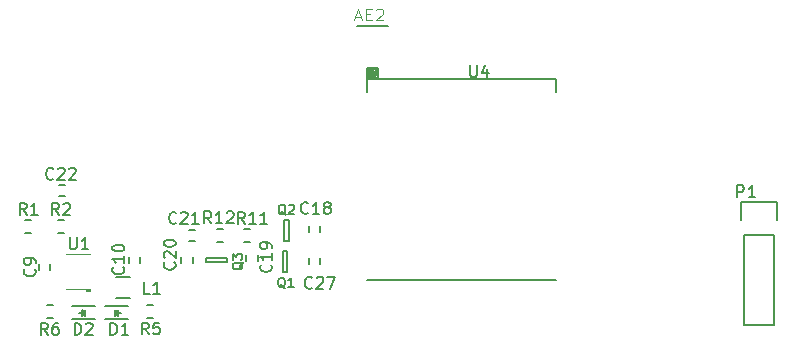
<source format=gto>
G04 #@! TF.FileFunction,Legend,Top*
%FSLAX46Y46*%
G04 Gerber Fmt 4.6, Leading zero omitted, Abs format (unit mm)*
G04 Created by KiCad (PCBNEW 4.0.5+dfsg1-4~bpo8+1) date Wed Apr 18 10:30:05 2018*
%MOMM*%
%LPD*%
G01*
G04 APERTURE LIST*
%ADD10C,0.100000*%
%ADD11C,0.200000*%
%ADD12C,0.150000*%
%ADD13C,0.127000*%
%ADD14C,0.050000*%
G04 APERTURE END LIST*
D10*
D11*
X156110000Y-105910000D02*
X155460000Y-105910000D01*
X155460000Y-105910000D02*
X155460000Y-105260000D01*
X155460000Y-105260000D02*
X156110000Y-105260000D01*
X156110000Y-105260000D02*
X156110000Y-105760000D01*
X156110000Y-105760000D02*
X155610000Y-105760000D01*
X155610000Y-105760000D02*
X155610000Y-105360000D01*
X155610000Y-105360000D02*
X155960000Y-105360000D01*
X155960000Y-105360000D02*
X155960000Y-105610000D01*
X155960000Y-105610000D02*
X155710000Y-105610000D01*
X155710000Y-105610000D02*
X155710000Y-105460000D01*
X155710000Y-105460000D02*
X155860000Y-105460000D01*
X155310000Y-106060000D02*
X155310000Y-105110000D01*
X155310000Y-105110000D02*
X156260000Y-105110000D01*
X156260000Y-105110000D02*
X156260000Y-106010000D01*
X171310000Y-106060000D02*
X171310000Y-107160000D01*
X155310000Y-106060000D02*
X155310000Y-107160000D01*
X155310000Y-106060000D02*
X171310000Y-106060000D01*
X171310000Y-123060000D02*
X155310000Y-123060000D01*
D12*
X127545000Y-121740000D02*
X127545000Y-122240000D01*
X128495000Y-122240000D02*
X128495000Y-121740000D01*
X135195000Y-121140000D02*
X135195000Y-121640000D01*
X136145000Y-121640000D02*
X136145000Y-121140000D01*
X150425000Y-118550000D02*
X150425000Y-119050000D01*
X151375000Y-119050000D02*
X151375000Y-118550000D01*
X146075000Y-121450000D02*
X146075000Y-120950000D01*
X145125000Y-120950000D02*
X145125000Y-121450000D01*
X139625000Y-121150000D02*
X139625000Y-121650000D01*
X140575000Y-121650000D02*
X140575000Y-121150000D01*
X140250000Y-119775000D02*
X140750000Y-119775000D01*
X140750000Y-118825000D02*
X140250000Y-118825000D01*
X129270000Y-116005000D02*
X129770000Y-116005000D01*
X129770000Y-115055000D02*
X129270000Y-115055000D01*
X133170000Y-126390000D02*
X135070000Y-126390000D01*
X133170000Y-125290000D02*
X135070000Y-125290000D01*
X134070000Y-125840000D02*
X134520000Y-125840000D01*
X134020000Y-125590000D02*
X134020000Y-126090000D01*
X134020000Y-125840000D02*
X134270000Y-125590000D01*
X134270000Y-125590000D02*
X134270000Y-126090000D01*
X134270000Y-126090000D02*
X134020000Y-125840000D01*
X132270000Y-125290000D02*
X130370000Y-125290000D01*
X132270000Y-126390000D02*
X130370000Y-126390000D01*
X131370000Y-125840000D02*
X130920000Y-125840000D01*
X131420000Y-126090000D02*
X131420000Y-125590000D01*
X131420000Y-125840000D02*
X131170000Y-126090000D01*
X131170000Y-126090000D02*
X131170000Y-125590000D01*
X131170000Y-125590000D02*
X131420000Y-125840000D01*
X135260000Y-124615000D02*
X134060000Y-124615000D01*
X134060000Y-122865000D02*
X135260000Y-122865000D01*
X148200000Y-120600000D02*
X148200000Y-122400000D01*
X148200000Y-122400000D02*
X148600000Y-122400000D01*
X148600000Y-122400000D02*
X148600000Y-120600000D01*
X148600000Y-120600000D02*
X148200000Y-120600000D01*
X148300000Y-118000000D02*
X148300000Y-119800000D01*
X148300000Y-119800000D02*
X148700000Y-119800000D01*
X148700000Y-119800000D02*
X148700000Y-118000000D01*
X148700000Y-118000000D02*
X148300000Y-118000000D01*
X126870000Y-118015000D02*
X126370000Y-118015000D01*
X126370000Y-119065000D02*
X126870000Y-119065000D01*
X129170000Y-119065000D02*
X129670000Y-119065000D01*
X129670000Y-118015000D02*
X129170000Y-118015000D01*
X136720000Y-126265000D02*
X137220000Y-126265000D01*
X137220000Y-125215000D02*
X136720000Y-125215000D01*
X128720000Y-125215000D02*
X128220000Y-125215000D01*
X128220000Y-126265000D02*
X128720000Y-126265000D01*
X142650000Y-119825000D02*
X143150000Y-119825000D01*
X143150000Y-118775000D02*
X142650000Y-118775000D01*
X187250000Y-119310000D02*
X187250000Y-126930000D01*
X189790000Y-119310000D02*
X189790000Y-126930000D01*
X190070000Y-116490000D02*
X190070000Y-118040000D01*
X187250000Y-126930000D02*
X189790000Y-126930000D01*
X189790000Y-119310000D02*
X187250000Y-119310000D01*
X186970000Y-118040000D02*
X186970000Y-116490000D01*
X186970000Y-116490000D02*
X190070000Y-116490000D01*
D10*
X131870000Y-123940000D02*
X131870000Y-124040000D01*
X131870000Y-124040000D02*
X131570000Y-124040000D01*
X131570000Y-124040000D02*
X131570000Y-123940000D01*
X131870000Y-123840000D02*
X131870000Y-123940000D01*
X131870000Y-123940000D02*
X131570000Y-123940000D01*
X131570000Y-123940000D02*
X131570000Y-123840000D01*
X131870000Y-120840000D02*
X129870000Y-120840000D01*
X131870000Y-123840000D02*
X129870000Y-123840000D01*
D12*
X150425000Y-121250000D02*
X150425000Y-121750000D01*
X151375000Y-121750000D02*
X151375000Y-121250000D01*
X143500000Y-121200000D02*
X141700000Y-121200000D01*
X141700000Y-121200000D02*
X141700000Y-121600000D01*
X141700000Y-121600000D02*
X143500000Y-121600000D01*
X143500000Y-121600000D02*
X143500000Y-121200000D01*
D13*
X157100000Y-101600000D02*
X154500000Y-101600000D01*
D12*
X144950000Y-119825000D02*
X145450000Y-119825000D01*
X145450000Y-118775000D02*
X144950000Y-118775000D01*
X164048095Y-104902381D02*
X164048095Y-105711905D01*
X164095714Y-105807143D01*
X164143333Y-105854762D01*
X164238571Y-105902381D01*
X164429048Y-105902381D01*
X164524286Y-105854762D01*
X164571905Y-105807143D01*
X164619524Y-105711905D01*
X164619524Y-104902381D01*
X165524286Y-105235714D02*
X165524286Y-105902381D01*
X165286190Y-104854762D02*
X165048095Y-105569048D01*
X165667143Y-105569048D01*
X127187143Y-122156666D02*
X127234762Y-122204285D01*
X127282381Y-122347142D01*
X127282381Y-122442380D01*
X127234762Y-122585238D01*
X127139524Y-122680476D01*
X127044286Y-122728095D01*
X126853810Y-122775714D01*
X126710952Y-122775714D01*
X126520476Y-122728095D01*
X126425238Y-122680476D01*
X126330000Y-122585238D01*
X126282381Y-122442380D01*
X126282381Y-122347142D01*
X126330000Y-122204285D01*
X126377619Y-122156666D01*
X127282381Y-121680476D02*
X127282381Y-121490000D01*
X127234762Y-121394761D01*
X127187143Y-121347142D01*
X127044286Y-121251904D01*
X126853810Y-121204285D01*
X126472857Y-121204285D01*
X126377619Y-121251904D01*
X126330000Y-121299523D01*
X126282381Y-121394761D01*
X126282381Y-121585238D01*
X126330000Y-121680476D01*
X126377619Y-121728095D01*
X126472857Y-121775714D01*
X126710952Y-121775714D01*
X126806190Y-121728095D01*
X126853810Y-121680476D01*
X126901429Y-121585238D01*
X126901429Y-121394761D01*
X126853810Y-121299523D01*
X126806190Y-121251904D01*
X126710952Y-121204285D01*
X134687143Y-121992857D02*
X134734762Y-122040476D01*
X134782381Y-122183333D01*
X134782381Y-122278571D01*
X134734762Y-122421429D01*
X134639524Y-122516667D01*
X134544286Y-122564286D01*
X134353810Y-122611905D01*
X134210952Y-122611905D01*
X134020476Y-122564286D01*
X133925238Y-122516667D01*
X133830000Y-122421429D01*
X133782381Y-122278571D01*
X133782381Y-122183333D01*
X133830000Y-122040476D01*
X133877619Y-121992857D01*
X134782381Y-121040476D02*
X134782381Y-121611905D01*
X134782381Y-121326191D02*
X133782381Y-121326191D01*
X133925238Y-121421429D01*
X134020476Y-121516667D01*
X134068095Y-121611905D01*
X133782381Y-120421429D02*
X133782381Y-120326190D01*
X133830000Y-120230952D01*
X133877619Y-120183333D01*
X133972857Y-120135714D01*
X134163333Y-120088095D01*
X134401429Y-120088095D01*
X134591905Y-120135714D01*
X134687143Y-120183333D01*
X134734762Y-120230952D01*
X134782381Y-120326190D01*
X134782381Y-120421429D01*
X134734762Y-120516667D01*
X134687143Y-120564286D01*
X134591905Y-120611905D01*
X134401429Y-120659524D01*
X134163333Y-120659524D01*
X133972857Y-120611905D01*
X133877619Y-120564286D01*
X133830000Y-120516667D01*
X133782381Y-120421429D01*
X150337143Y-117397143D02*
X150289524Y-117444762D01*
X150146667Y-117492381D01*
X150051429Y-117492381D01*
X149908571Y-117444762D01*
X149813333Y-117349524D01*
X149765714Y-117254286D01*
X149718095Y-117063810D01*
X149718095Y-116920952D01*
X149765714Y-116730476D01*
X149813333Y-116635238D01*
X149908571Y-116540000D01*
X150051429Y-116492381D01*
X150146667Y-116492381D01*
X150289524Y-116540000D01*
X150337143Y-116587619D01*
X151289524Y-117492381D02*
X150718095Y-117492381D01*
X151003809Y-117492381D02*
X151003809Y-116492381D01*
X150908571Y-116635238D01*
X150813333Y-116730476D01*
X150718095Y-116778095D01*
X151860952Y-116920952D02*
X151765714Y-116873333D01*
X151718095Y-116825714D01*
X151670476Y-116730476D01*
X151670476Y-116682857D01*
X151718095Y-116587619D01*
X151765714Y-116540000D01*
X151860952Y-116492381D01*
X152051429Y-116492381D01*
X152146667Y-116540000D01*
X152194286Y-116587619D01*
X152241905Y-116682857D01*
X152241905Y-116730476D01*
X152194286Y-116825714D01*
X152146667Y-116873333D01*
X152051429Y-116920952D01*
X151860952Y-116920952D01*
X151765714Y-116968571D01*
X151718095Y-117016190D01*
X151670476Y-117111429D01*
X151670476Y-117301905D01*
X151718095Y-117397143D01*
X151765714Y-117444762D01*
X151860952Y-117492381D01*
X152051429Y-117492381D01*
X152146667Y-117444762D01*
X152194286Y-117397143D01*
X152241905Y-117301905D01*
X152241905Y-117111429D01*
X152194286Y-117016190D01*
X152146667Y-116968571D01*
X152051429Y-116920952D01*
X147177143Y-121782857D02*
X147224762Y-121830476D01*
X147272381Y-121973333D01*
X147272381Y-122068571D01*
X147224762Y-122211429D01*
X147129524Y-122306667D01*
X147034286Y-122354286D01*
X146843810Y-122401905D01*
X146700952Y-122401905D01*
X146510476Y-122354286D01*
X146415238Y-122306667D01*
X146320000Y-122211429D01*
X146272381Y-122068571D01*
X146272381Y-121973333D01*
X146320000Y-121830476D01*
X146367619Y-121782857D01*
X147272381Y-120830476D02*
X147272381Y-121401905D01*
X147272381Y-121116191D02*
X146272381Y-121116191D01*
X146415238Y-121211429D01*
X146510476Y-121306667D01*
X146558095Y-121401905D01*
X147272381Y-120354286D02*
X147272381Y-120163810D01*
X147224762Y-120068571D01*
X147177143Y-120020952D01*
X147034286Y-119925714D01*
X146843810Y-119878095D01*
X146462857Y-119878095D01*
X146367619Y-119925714D01*
X146320000Y-119973333D01*
X146272381Y-120068571D01*
X146272381Y-120259048D01*
X146320000Y-120354286D01*
X146367619Y-120401905D01*
X146462857Y-120449524D01*
X146700952Y-120449524D01*
X146796190Y-120401905D01*
X146843810Y-120354286D01*
X146891429Y-120259048D01*
X146891429Y-120068571D01*
X146843810Y-119973333D01*
X146796190Y-119925714D01*
X146700952Y-119878095D01*
X139027143Y-121582857D02*
X139074762Y-121630476D01*
X139122381Y-121773333D01*
X139122381Y-121868571D01*
X139074762Y-122011429D01*
X138979524Y-122106667D01*
X138884286Y-122154286D01*
X138693810Y-122201905D01*
X138550952Y-122201905D01*
X138360476Y-122154286D01*
X138265238Y-122106667D01*
X138170000Y-122011429D01*
X138122381Y-121868571D01*
X138122381Y-121773333D01*
X138170000Y-121630476D01*
X138217619Y-121582857D01*
X138217619Y-121201905D02*
X138170000Y-121154286D01*
X138122381Y-121059048D01*
X138122381Y-120820952D01*
X138170000Y-120725714D01*
X138217619Y-120678095D01*
X138312857Y-120630476D01*
X138408095Y-120630476D01*
X138550952Y-120678095D01*
X139122381Y-121249524D01*
X139122381Y-120630476D01*
X138122381Y-120011429D02*
X138122381Y-119916190D01*
X138170000Y-119820952D01*
X138217619Y-119773333D01*
X138312857Y-119725714D01*
X138503333Y-119678095D01*
X138741429Y-119678095D01*
X138931905Y-119725714D01*
X139027143Y-119773333D01*
X139074762Y-119820952D01*
X139122381Y-119916190D01*
X139122381Y-120011429D01*
X139074762Y-120106667D01*
X139027143Y-120154286D01*
X138931905Y-120201905D01*
X138741429Y-120249524D01*
X138503333Y-120249524D01*
X138312857Y-120201905D01*
X138217619Y-120154286D01*
X138170000Y-120106667D01*
X138122381Y-120011429D01*
X139187143Y-118227143D02*
X139139524Y-118274762D01*
X138996667Y-118322381D01*
X138901429Y-118322381D01*
X138758571Y-118274762D01*
X138663333Y-118179524D01*
X138615714Y-118084286D01*
X138568095Y-117893810D01*
X138568095Y-117750952D01*
X138615714Y-117560476D01*
X138663333Y-117465238D01*
X138758571Y-117370000D01*
X138901429Y-117322381D01*
X138996667Y-117322381D01*
X139139524Y-117370000D01*
X139187143Y-117417619D01*
X139568095Y-117417619D02*
X139615714Y-117370000D01*
X139710952Y-117322381D01*
X139949048Y-117322381D01*
X140044286Y-117370000D01*
X140091905Y-117417619D01*
X140139524Y-117512857D01*
X140139524Y-117608095D01*
X140091905Y-117750952D01*
X139520476Y-118322381D01*
X140139524Y-118322381D01*
X141091905Y-118322381D02*
X140520476Y-118322381D01*
X140806190Y-118322381D02*
X140806190Y-117322381D01*
X140710952Y-117465238D01*
X140615714Y-117560476D01*
X140520476Y-117608095D01*
X128787143Y-114497143D02*
X128739524Y-114544762D01*
X128596667Y-114592381D01*
X128501429Y-114592381D01*
X128358571Y-114544762D01*
X128263333Y-114449524D01*
X128215714Y-114354286D01*
X128168095Y-114163810D01*
X128168095Y-114020952D01*
X128215714Y-113830476D01*
X128263333Y-113735238D01*
X128358571Y-113640000D01*
X128501429Y-113592381D01*
X128596667Y-113592381D01*
X128739524Y-113640000D01*
X128787143Y-113687619D01*
X129168095Y-113687619D02*
X129215714Y-113640000D01*
X129310952Y-113592381D01*
X129549048Y-113592381D01*
X129644286Y-113640000D01*
X129691905Y-113687619D01*
X129739524Y-113782857D01*
X129739524Y-113878095D01*
X129691905Y-114020952D01*
X129120476Y-114592381D01*
X129739524Y-114592381D01*
X130120476Y-113687619D02*
X130168095Y-113640000D01*
X130263333Y-113592381D01*
X130501429Y-113592381D01*
X130596667Y-113640000D01*
X130644286Y-113687619D01*
X130691905Y-113782857D01*
X130691905Y-113878095D01*
X130644286Y-114020952D01*
X130072857Y-114592381D01*
X130691905Y-114592381D01*
X133611905Y-127732381D02*
X133611905Y-126732381D01*
X133850000Y-126732381D01*
X133992858Y-126780000D01*
X134088096Y-126875238D01*
X134135715Y-126970476D01*
X134183334Y-127160952D01*
X134183334Y-127303810D01*
X134135715Y-127494286D01*
X134088096Y-127589524D01*
X133992858Y-127684762D01*
X133850000Y-127732381D01*
X133611905Y-127732381D01*
X135135715Y-127732381D02*
X134564286Y-127732381D01*
X134850000Y-127732381D02*
X134850000Y-126732381D01*
X134754762Y-126875238D01*
X134659524Y-126970476D01*
X134564286Y-127018095D01*
X130571905Y-127722381D02*
X130571905Y-126722381D01*
X130810000Y-126722381D01*
X130952858Y-126770000D01*
X131048096Y-126865238D01*
X131095715Y-126960476D01*
X131143334Y-127150952D01*
X131143334Y-127293810D01*
X131095715Y-127484286D01*
X131048096Y-127579524D01*
X130952858Y-127674762D01*
X130810000Y-127722381D01*
X130571905Y-127722381D01*
X131524286Y-126817619D02*
X131571905Y-126770000D01*
X131667143Y-126722381D01*
X131905239Y-126722381D01*
X132000477Y-126770000D01*
X132048096Y-126817619D01*
X132095715Y-126912857D01*
X132095715Y-127008095D01*
X132048096Y-127150952D01*
X131476667Y-127722381D01*
X132095715Y-127722381D01*
X136943334Y-124252381D02*
X136467143Y-124252381D01*
X136467143Y-123252381D01*
X137800477Y-124252381D02*
X137229048Y-124252381D01*
X137514762Y-124252381D02*
X137514762Y-123252381D01*
X137419524Y-123395238D01*
X137324286Y-123490476D01*
X137229048Y-123538095D01*
X148403810Y-123758095D02*
X148327619Y-123720000D01*
X148251429Y-123643810D01*
X148137143Y-123529524D01*
X148060952Y-123491429D01*
X147984762Y-123491429D01*
X148022857Y-123681905D02*
X147946667Y-123643810D01*
X147870476Y-123567619D01*
X147832381Y-123415238D01*
X147832381Y-123148571D01*
X147870476Y-122996190D01*
X147946667Y-122920000D01*
X148022857Y-122881905D01*
X148175238Y-122881905D01*
X148251429Y-122920000D01*
X148327619Y-122996190D01*
X148365714Y-123148571D01*
X148365714Y-123415238D01*
X148327619Y-123567619D01*
X148251429Y-123643810D01*
X148175238Y-123681905D01*
X148022857Y-123681905D01*
X149127619Y-123681905D02*
X148670476Y-123681905D01*
X148899047Y-123681905D02*
X148899047Y-122881905D01*
X148822857Y-122996190D01*
X148746666Y-123072381D01*
X148670476Y-123110476D01*
X148453810Y-117568095D02*
X148377619Y-117530000D01*
X148301429Y-117453810D01*
X148187143Y-117339524D01*
X148110952Y-117301429D01*
X148034762Y-117301429D01*
X148072857Y-117491905D02*
X147996667Y-117453810D01*
X147920476Y-117377619D01*
X147882381Y-117225238D01*
X147882381Y-116958571D01*
X147920476Y-116806190D01*
X147996667Y-116730000D01*
X148072857Y-116691905D01*
X148225238Y-116691905D01*
X148301429Y-116730000D01*
X148377619Y-116806190D01*
X148415714Y-116958571D01*
X148415714Y-117225238D01*
X148377619Y-117377619D01*
X148301429Y-117453810D01*
X148225238Y-117491905D01*
X148072857Y-117491905D01*
X148720476Y-116768095D02*
X148758571Y-116730000D01*
X148834762Y-116691905D01*
X149025238Y-116691905D01*
X149101428Y-116730000D01*
X149139524Y-116768095D01*
X149177619Y-116844286D01*
X149177619Y-116920476D01*
X149139524Y-117034762D01*
X148682381Y-117491905D01*
X149177619Y-117491905D01*
X126513334Y-117562381D02*
X126180000Y-117086190D01*
X125941905Y-117562381D02*
X125941905Y-116562381D01*
X126322858Y-116562381D01*
X126418096Y-116610000D01*
X126465715Y-116657619D01*
X126513334Y-116752857D01*
X126513334Y-116895714D01*
X126465715Y-116990952D01*
X126418096Y-117038571D01*
X126322858Y-117086190D01*
X125941905Y-117086190D01*
X127465715Y-117562381D02*
X126894286Y-117562381D01*
X127180000Y-117562381D02*
X127180000Y-116562381D01*
X127084762Y-116705238D01*
X126989524Y-116800476D01*
X126894286Y-116848095D01*
X129243334Y-117582381D02*
X128910000Y-117106190D01*
X128671905Y-117582381D02*
X128671905Y-116582381D01*
X129052858Y-116582381D01*
X129148096Y-116630000D01*
X129195715Y-116677619D01*
X129243334Y-116772857D01*
X129243334Y-116915714D01*
X129195715Y-117010952D01*
X129148096Y-117058571D01*
X129052858Y-117106190D01*
X128671905Y-117106190D01*
X129624286Y-116677619D02*
X129671905Y-116630000D01*
X129767143Y-116582381D01*
X130005239Y-116582381D01*
X130100477Y-116630000D01*
X130148096Y-116677619D01*
X130195715Y-116772857D01*
X130195715Y-116868095D01*
X130148096Y-117010952D01*
X129576667Y-117582381D01*
X130195715Y-117582381D01*
X136853334Y-127692381D02*
X136520000Y-127216190D01*
X136281905Y-127692381D02*
X136281905Y-126692381D01*
X136662858Y-126692381D01*
X136758096Y-126740000D01*
X136805715Y-126787619D01*
X136853334Y-126882857D01*
X136853334Y-127025714D01*
X136805715Y-127120952D01*
X136758096Y-127168571D01*
X136662858Y-127216190D01*
X136281905Y-127216190D01*
X137758096Y-126692381D02*
X137281905Y-126692381D01*
X137234286Y-127168571D01*
X137281905Y-127120952D01*
X137377143Y-127073333D01*
X137615239Y-127073333D01*
X137710477Y-127120952D01*
X137758096Y-127168571D01*
X137805715Y-127263810D01*
X137805715Y-127501905D01*
X137758096Y-127597143D01*
X137710477Y-127644762D01*
X137615239Y-127692381D01*
X137377143Y-127692381D01*
X137281905Y-127644762D01*
X137234286Y-127597143D01*
X128293334Y-127722381D02*
X127960000Y-127246190D01*
X127721905Y-127722381D02*
X127721905Y-126722381D01*
X128102858Y-126722381D01*
X128198096Y-126770000D01*
X128245715Y-126817619D01*
X128293334Y-126912857D01*
X128293334Y-127055714D01*
X128245715Y-127150952D01*
X128198096Y-127198571D01*
X128102858Y-127246190D01*
X127721905Y-127246190D01*
X129150477Y-126722381D02*
X128960000Y-126722381D01*
X128864762Y-126770000D01*
X128817143Y-126817619D01*
X128721905Y-126960476D01*
X128674286Y-127150952D01*
X128674286Y-127531905D01*
X128721905Y-127627143D01*
X128769524Y-127674762D01*
X128864762Y-127722381D01*
X129055239Y-127722381D01*
X129150477Y-127674762D01*
X129198096Y-127627143D01*
X129245715Y-127531905D01*
X129245715Y-127293810D01*
X129198096Y-127198571D01*
X129150477Y-127150952D01*
X129055239Y-127103333D01*
X128864762Y-127103333D01*
X128769524Y-127150952D01*
X128721905Y-127198571D01*
X128674286Y-127293810D01*
X142137143Y-118282381D02*
X141803809Y-117806190D01*
X141565714Y-118282381D02*
X141565714Y-117282381D01*
X141946667Y-117282381D01*
X142041905Y-117330000D01*
X142089524Y-117377619D01*
X142137143Y-117472857D01*
X142137143Y-117615714D01*
X142089524Y-117710952D01*
X142041905Y-117758571D01*
X141946667Y-117806190D01*
X141565714Y-117806190D01*
X143089524Y-118282381D02*
X142518095Y-118282381D01*
X142803809Y-118282381D02*
X142803809Y-117282381D01*
X142708571Y-117425238D01*
X142613333Y-117520476D01*
X142518095Y-117568095D01*
X143470476Y-117377619D02*
X143518095Y-117330000D01*
X143613333Y-117282381D01*
X143851429Y-117282381D01*
X143946667Y-117330000D01*
X143994286Y-117377619D01*
X144041905Y-117472857D01*
X144041905Y-117568095D01*
X143994286Y-117710952D01*
X143422857Y-118282381D01*
X144041905Y-118282381D01*
X186681905Y-116072381D02*
X186681905Y-115072381D01*
X187062858Y-115072381D01*
X187158096Y-115120000D01*
X187205715Y-115167619D01*
X187253334Y-115262857D01*
X187253334Y-115405714D01*
X187205715Y-115500952D01*
X187158096Y-115548571D01*
X187062858Y-115596190D01*
X186681905Y-115596190D01*
X188205715Y-116072381D02*
X187634286Y-116072381D01*
X187920000Y-116072381D02*
X187920000Y-115072381D01*
X187824762Y-115215238D01*
X187729524Y-115310476D01*
X187634286Y-115358095D01*
X130168095Y-119482381D02*
X130168095Y-120291905D01*
X130215714Y-120387143D01*
X130263333Y-120434762D01*
X130358571Y-120482381D01*
X130549048Y-120482381D01*
X130644286Y-120434762D01*
X130691905Y-120387143D01*
X130739524Y-120291905D01*
X130739524Y-119482381D01*
X131739524Y-120482381D02*
X131168095Y-120482381D01*
X131453809Y-120482381D02*
X131453809Y-119482381D01*
X131358571Y-119625238D01*
X131263333Y-119720476D01*
X131168095Y-119768095D01*
X150677143Y-123727143D02*
X150629524Y-123774762D01*
X150486667Y-123822381D01*
X150391429Y-123822381D01*
X150248571Y-123774762D01*
X150153333Y-123679524D01*
X150105714Y-123584286D01*
X150058095Y-123393810D01*
X150058095Y-123250952D01*
X150105714Y-123060476D01*
X150153333Y-122965238D01*
X150248571Y-122870000D01*
X150391429Y-122822381D01*
X150486667Y-122822381D01*
X150629524Y-122870000D01*
X150677143Y-122917619D01*
X151058095Y-122917619D02*
X151105714Y-122870000D01*
X151200952Y-122822381D01*
X151439048Y-122822381D01*
X151534286Y-122870000D01*
X151581905Y-122917619D01*
X151629524Y-123012857D01*
X151629524Y-123108095D01*
X151581905Y-123250952D01*
X151010476Y-123822381D01*
X151629524Y-123822381D01*
X151962857Y-122822381D02*
X152629524Y-122822381D01*
X152200952Y-123822381D01*
X144848095Y-121576190D02*
X144810000Y-121652381D01*
X144733810Y-121728571D01*
X144619524Y-121842857D01*
X144581429Y-121919048D01*
X144581429Y-121995238D01*
X144771905Y-121957143D02*
X144733810Y-122033333D01*
X144657619Y-122109524D01*
X144505238Y-122147619D01*
X144238571Y-122147619D01*
X144086190Y-122109524D01*
X144010000Y-122033333D01*
X143971905Y-121957143D01*
X143971905Y-121804762D01*
X144010000Y-121728571D01*
X144086190Y-121652381D01*
X144238571Y-121614286D01*
X144505238Y-121614286D01*
X144657619Y-121652381D01*
X144733810Y-121728571D01*
X144771905Y-121804762D01*
X144771905Y-121957143D01*
X143971905Y-121347619D02*
X143971905Y-120852381D01*
X144276667Y-121119048D01*
X144276667Y-121004762D01*
X144314762Y-120928572D01*
X144352857Y-120890476D01*
X144429048Y-120852381D01*
X144619524Y-120852381D01*
X144695714Y-120890476D01*
X144733810Y-120928572D01*
X144771905Y-121004762D01*
X144771905Y-121233334D01*
X144733810Y-121309524D01*
X144695714Y-121347619D01*
D14*
X154365418Y-100823793D02*
X154842884Y-100823793D01*
X154269924Y-101110273D02*
X154604151Y-100107593D01*
X154938378Y-101110273D01*
X155272604Y-100585060D02*
X155606831Y-100585060D01*
X155750071Y-101110273D02*
X155272604Y-101110273D01*
X155272604Y-100107593D01*
X155750071Y-100107593D01*
X156132045Y-100203087D02*
X156179791Y-100155340D01*
X156275285Y-100107593D01*
X156514018Y-100107593D01*
X156609511Y-100155340D01*
X156657258Y-100203087D01*
X156705005Y-100298580D01*
X156705005Y-100394073D01*
X156657258Y-100537313D01*
X156084298Y-101110273D01*
X156705005Y-101110273D01*
D12*
X144977143Y-118332381D02*
X144643809Y-117856190D01*
X144405714Y-118332381D02*
X144405714Y-117332381D01*
X144786667Y-117332381D01*
X144881905Y-117380000D01*
X144929524Y-117427619D01*
X144977143Y-117522857D01*
X144977143Y-117665714D01*
X144929524Y-117760952D01*
X144881905Y-117808571D01*
X144786667Y-117856190D01*
X144405714Y-117856190D01*
X145929524Y-118332381D02*
X145358095Y-118332381D01*
X145643809Y-118332381D02*
X145643809Y-117332381D01*
X145548571Y-117475238D01*
X145453333Y-117570476D01*
X145358095Y-117618095D01*
X146881905Y-118332381D02*
X146310476Y-118332381D01*
X146596190Y-118332381D02*
X146596190Y-117332381D01*
X146500952Y-117475238D01*
X146405714Y-117570476D01*
X146310476Y-117618095D01*
M02*

</source>
